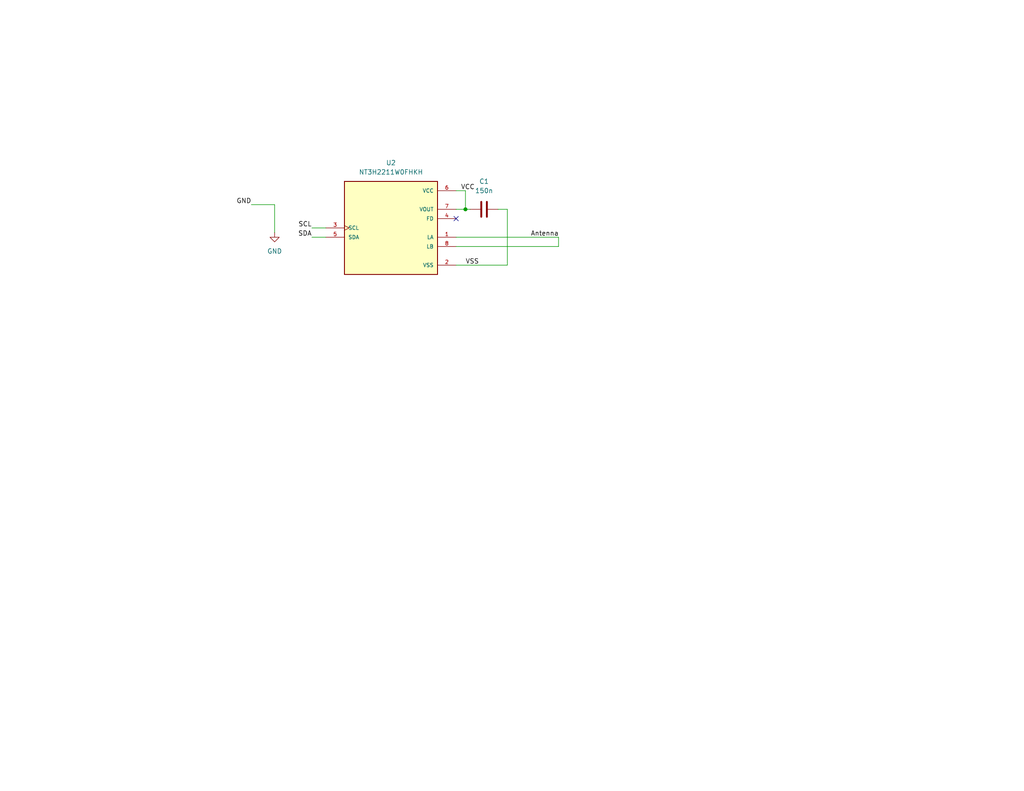
<source format=kicad_sch>
(kicad_sch (version 20231120) (generator "eeschema") (generator_version "8.0")
  (paper "USLetter")
  (title_block (rev "1.0") (comment 1 "Matthew Santos") (comment 2 "Matthew Santos"))
  (lib_symbols
    (symbol "Device:C" (pin_numbers hide) (pin_names (offset 0.254))
      (property "Reference" "C" (at 0.635 2.54 0))
      (property "Value" "C" (at 0.635 -2.54 0))
      (symbol "C_0_1"
        (polyline (pts (xy -2.032 -0.762) (xy 2.032 -0.762)) (stroke (width 0.508)))
        (polyline (pts (xy -2.032 0.762) (xy 2.032 0.762)) (stroke (width 0.508)))
      )
      (symbol "C_1_1"
        (pin passive line (at 0 3.81 270) (length 2.794) (name "~") (number "1"))
        (pin passive line (at 0 -3.81 90) (length 2.794) (name "~") (number "2"))
      )
    )
    (symbol "NT3H2211W0FHKH:NT3H2211W0FHKH" (pin_names (offset 1.016))
      (property "Reference" "U" (at -12.7 13.462 0))
      (property "Value" "NT3H2211W0FHKH" (at -12.7 -15.24 0))
      (symbol "NT3H2211W0FHKH_0_0"
        (rectangle (start -12.7 -12.7) (end 12.7 12.7) (stroke (width 0.254)) (fill (type background)))
        (pin bidirectional line (at 17.78 -2.54 180) (length 5.08) (name "LA") (number "1"))
        (pin power_in line (at 17.78 -10.16 180) (length 5.08) (name "VSS") (number "2"))
        (pin input clock (at -17.78 0 0) (length 5.08) (name "SCL") (number "3"))
        (pin output line (at 17.78 2.54 180) (length 5.08) (name "FD") (number "4"))
        (pin bidirectional line (at -17.78 -2.54 0) (length 5.08) (name "SDA") (number "5"))
        (pin power_in line (at 17.78 10.16 180) (length 5.08) (name "VCC") (number "6"))
        (pin output line (at 17.78 5.08 180) (length 5.08) (name "VOUT") (number "7"))
        (pin bidirectional line (at 17.78 -5.08 180) (length 5.08) (name "LB") (number "8"))
      )
    )
    (symbol "power:GND" (power) (pin_numbers hide) (pin_names (offset 0) hide)
      (property "Value" "GND" (at 0 -3.81 0))
      (symbol "GND_0_1"
        (polyline (pts (xy 0 0) (xy 0 -1.27) (xy 1.27 -1.27) (xy 0 -2.54) (xy -1.27 -1.27) (xy 0 -1.27)))
      )
      (symbol "GND_1_1"
        (pin power_in line (at 0 0 270) (length 0) (name "~") (number "1"))
      )
    )
  )
  (junction (at 127 57.15))
  (no_connect (at 124.46 59.69))
  (wire (pts (xy 124.46 64.77) (xy 152.4 64.77)))
  (wire (pts (xy 138.43 72.39) (xy 124.46 72.39)))
  (wire (pts (xy 74.93 55.88) (xy 74.93 63.5)))
  (wire (pts (xy 152.4 64.77) (xy 152.4 67.31)))
  (wire (pts (xy 138.43 57.15) (xy 138.43 72.39)))
  (wire (pts (xy 124.46 67.31) (xy 152.4 67.31)))
  (wire (pts (xy 85.09 62.23) (xy 88.9 62.23)))
  (wire (pts (xy 85.09 64.77) (xy 88.9 64.77)))
  (wire (pts (xy 124.46 52.07) (xy 127 52.07)))
  (wire (pts (xy 124.46 57.15) (xy 127 57.15)))
  (wire (pts (xy 135.89 57.15) (xy 138.43 57.15)))
  (wire (pts (xy 68.58 55.88) (xy 74.93 55.88)))
  (wire (pts (xy 127 57.15) (xy 128.27 57.15)))
  (wire (pts (xy 127 52.07) (xy 127 57.15)))
  (label "VCC" (at 125.73 52.07 0))
  (label "GND" (at 68.58 55.88 180))
  (label "SDA" (at 85.09 64.77 180))
  (label "Antenna" (at 144.78 64.77 0))
  (label "SCL" (at 85.09 62.23 180))
  (label "VSS" (at 127 72.39 0))
  (symbol (lib_id "power:GND") (at 74.93 63.5 0) (unit 1)
    (property "Reference" "#PWR016" (effects (hide yes)))
    (property "Value" "GND" (at 74.93 68.58 0))
    (property "Description" "Power symbol creates a global label with name \"GND\" , ground" (effects (hide yes)))
  )
  (symbol (lib_id "Device:C") (at 132.08 57.15 270) (unit 1)
    (property "Reference" "C1" (at 132.08 49.53 90))
    (property "Value" "150n" (at 132.08 52.07 90))
    (property "Footprint" "Capacitor_SMD:C_0201_0603Metric" (effects (hide yes)))
    (property "Description" "Unpolarized capacitor" (effects (hide yes)))
    (property "Source" "445-9063-1-ND" (effects (hide yes)))
  )
  (symbol (lib_id "NT3H2211W0FHKH:NT3H2211W0FHKH") (at 106.68 62.23 0) (unit 1)
    (property "Reference" "U2" (at 106.68 44.45 0))
    (property "Value" "NT3H2211W0FHKH" (at 106.68 46.99 0))
    (property "Footprint" "libraries:IC_NT3H2211W0FHKH" (effects (hide yes)))
    (property "PARTREV" "3.4" (effects (hide yes)))
    (property "STANDARD" "Manufacturer Recommendation" (effects (hide yes)))
    (property "MAXIMUM_PACKAGE_HEIGHT" "0.5mm" (effects (hide yes)))
    (property "MANUFACTURER" "NXP" (effects (hide yes)))
    (property "Critical" "x" (effects (hide yes)))
    (property "Source" "568-12901-1-ND" (effects (hide yes)))
  )
)
</source>
